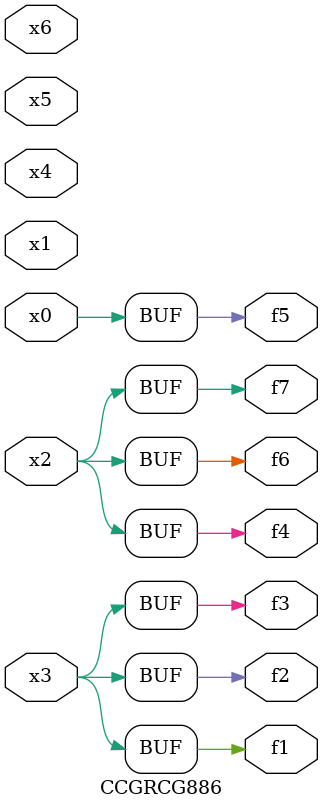
<source format=v>
module CCGRCG886(
	input x0, x1, x2, x3, x4, x5, x6,
	output f1, f2, f3, f4, f5, f6, f7
);
	assign f1 = x3;
	assign f2 = x3;
	assign f3 = x3;
	assign f4 = x2;
	assign f5 = x0;
	assign f6 = x2;
	assign f7 = x2;
endmodule

</source>
